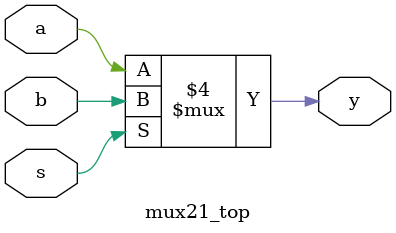
<source format=v>
`timescale 1ns / 1ps
module mux21_top(
    input a,
    input b,
	 input s,
	 output reg y
    );

always @(*)
	if(s == 0)
		y = a;
	else
		y = b;
endmodule

</source>
